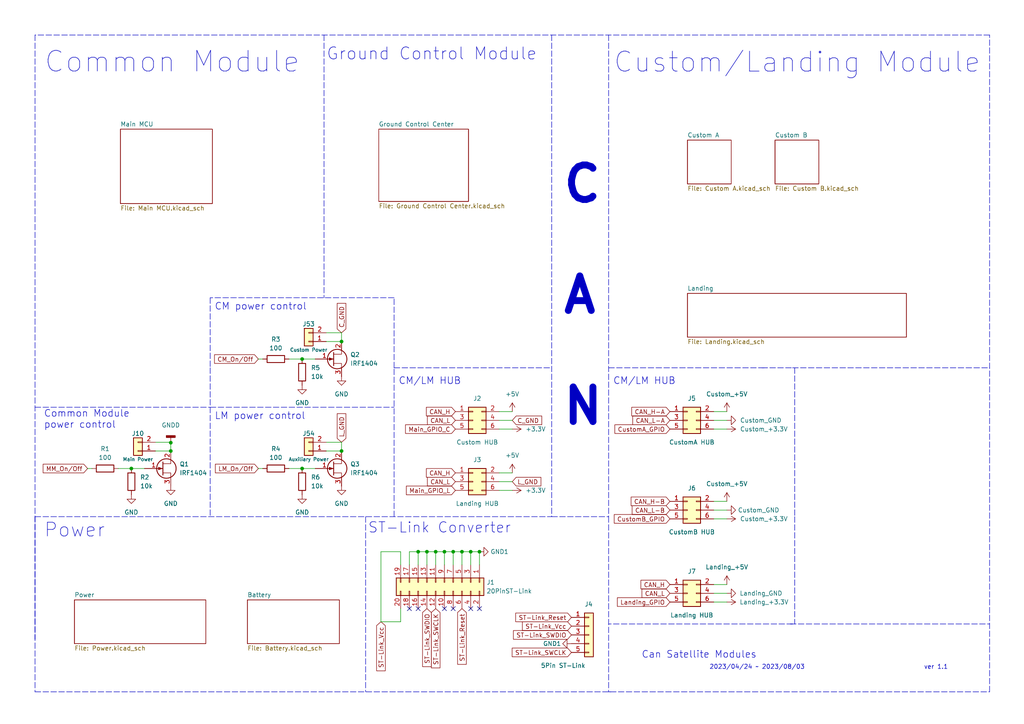
<source format=kicad_sch>
(kicad_sch (version 20250114) (generator "eeschema") (generator_version "9.0")
  (paper "A4")
  (lib_symbols
    (symbol "Connector_Generic:Conn_01x02" (pin_names (offset 1.016) (hide yes))
      (property "Reference" "J" (at 0 2.54 0))
      (property "Value" "Conn_01x02" (at 0 -5.08 0))
      (symbol "Conn_01x02_1_1"
        (rectangle (start -1.27 1.27) (end 1.27 -3.81) (stroke (width 0.254)) (fill (type background)))
        (rectangle (start -1.27 0.127) (end 0 -0.127) (stroke (width 0.1524)))
        (rectangle (start -1.27 -2.413) (end 0 -2.667) (stroke (width 0.1524)))
        (pin passive line (at -5.08 0 0) (length 3.81) (name "Pin_1") (number "1"))
        (pin passive line (at -5.08 -2.54 0) (length 3.81) (name "Pin_2") (number "2"))
      )
    )
    (symbol "Connector_Generic:Conn_01x05" (pin_names (offset 1.016) (hide yes))
      (property "Reference" "J" (at 0 7.62 0))
      (property "Value" "Conn_01x05" (at 0 -7.62 0))
      (symbol "Conn_01x05_1_1"
        (rectangle (start -1.27 6.35) (end 1.27 -6.35) (stroke (width 0.254)) (fill (type background)))
        (rectangle (start -1.27 5.207) (end 0 4.953) (stroke (width 0.1524)))
        (rectangle (start -1.27 2.667) (end 0 2.413) (stroke (width 0.1524)))
        (rectangle (start -1.27 0.127) (end 0 -0.127) (stroke (width 0.1524)))
        (rectangle (start -1.27 -2.413) (end 0 -2.667) (stroke (width 0.1524)))
        (rectangle (start -1.27 -4.953) (end 0 -5.207) (stroke (width 0.1524)))
        (pin passive line (at -5.08 5.08 0) (length 3.81) (name "Pin_1") (number "1"))
        (pin passive line (at -5.08 2.54 0) (length 3.81) (name "Pin_2") (number "2"))
        (pin passive line (at -5.08 0 0) (length 3.81) (name "Pin_3") (number "3"))
        (pin passive line (at -5.08 -2.54 0) (length 3.81) (name "Pin_4") (number "4"))
        (pin passive line (at -5.08 -5.08 0) (length 3.81) (name "Pin_5") (number "5"))
      )
    )
    (symbol "Connector_Generic:Conn_02x03_Odd_Even" (pin_names (offset 1.016) (hide yes))
      (property "Reference" "J" (at 1.27 5.08 0))
      (property "Value" "Conn_02x03_Odd_Even" (at 1.27 -5.08 0))
      (symbol "Conn_02x03_Odd_Even_1_1"
        (rectangle (start -1.27 3.81) (end 3.81 -3.81) (stroke (width 0.254)) (fill (type background)))
        (rectangle (start -1.27 2.667) (end 0 2.413) (stroke (width 0.1524)))
        (rectangle (start -1.27 0.127) (end 0 -0.127) (stroke (width 0.1524)))
        (rectangle (start -1.27 -2.413) (end 0 -2.667) (stroke (width 0.1524)))
        (rectangle (start 3.81 2.667) (end 2.54 2.413) (stroke (width 0.1524)))
        (rectangle (start 3.81 0.127) (end 2.54 -0.127) (stroke (width 0.1524)))
        (rectangle (start 3.81 -2.413) (end 2.54 -2.667) (stroke (width 0.1524)))
        (pin passive line (at -5.08 2.54 0) (length 3.81) (name "Pin_1") (number "1"))
        (pin passive line (at -5.08 0 0) (length 3.81) (name "Pin_3") (number "3"))
        (pin passive line (at -5.08 -2.54 0) (length 3.81) (name "Pin_5") (number "5"))
        (pin passive line (at 7.62 2.54 180) (length 3.81) (name "Pin_2") (number "2"))
        (pin passive line (at 7.62 0 180) (length 3.81) (name "Pin_4") (number "4"))
        (pin passive line (at 7.62 -2.54 180) (length 3.81) (name "Pin_6") (number "6"))
      )
    )
    (symbol "Connector_Generic:Conn_02x10_Odd_Even" (pin_names (offset 1.016) (hide yes))
      (property "Reference" "J" (at 1.27 12.7 0))
      (property "Value" "Conn_02x10_Odd_Even" (at 1.27 -15.24 0))
      (symbol "Conn_02x10_Odd_Even_1_1"
        (rectangle (start -1.27 11.43) (end 3.81 -13.97) (stroke (width 0.254)) (fill (type background)))
        (rectangle (start -1.27 10.287) (end 0 10.033) (stroke (width 0.1524)))
        (rectangle (start -1.27 7.747) (end 0 7.493) (stroke (width 0.1524)))
        (rectangle (start -1.27 5.207) (end 0 4.953) (stroke (width 0.1524)))
        (rectangle (start -1.27 2.667) (end 0 2.413) (stroke (width 0.1524)))
        (rectangle (start -1.27 0.127) (end 0 -0.127) (stroke (width 0.1524)))
        (rectangle (start -1.27 -2.413) (end 0 -2.667) (stroke (width 0.1524)))
        (rectangle (start -1.27 -4.953) (end 0 -5.207) (stroke (width 0.1524)))
        (rectangle (start -1.27 -7.493) (end 0 -7.747) (stroke (width 0.1524)))
        (rectangle (start -1.27 -10.033) (end 0 -10.287) (stroke (width 0.1524)))
        (rectangle (start -1.27 -12.573) (end 0 -12.827) (stroke (width 0.1524)))
        (rectangle (start 3.81 10.287) (end 2.54 10.033) (stroke (width 0.1524)))
        (rectangle (start 3.81 7.747) (end 2.54 7.493) (stroke (width 0.1524)))
        (rectangle (start 3.81 5.207) (end 2.54 4.953) (stroke (width 0.1524)))
        (rectangle (start 3.81 2.667) (end 2.54 2.413) (stroke (width 0.1524)))
        (rectangle (start 3.81 0.127) (end 2.54 -0.127) (stroke (width 0.1524)))
        (rectangle (start 3.81 -2.413) (end 2.54 -2.667) (stroke (width 0.1524)))
        (rectangle (start 3.81 -4.953) (end 2.54 -5.207) (stroke (width 0.1524)))
        (rectangle (start 3.81 -7.493) (end 2.54 -7.747) (stroke (width 0.1524)))
        (rectangle (start 3.81 -10.033) (end 2.54 -10.287) (stroke (width 0.1524)))
        (rectangle (start 3.81 -12.573) (end 2.54 -12.827) (stroke (width 0.1524)))
        (pin passive line (at -5.08 10.16 0) (length 3.81) (name "Pin_1") (number "1"))
        (pin passive line (at -5.08 7.62 0) (length 3.81) (name "Pin_3") (number "3"))
        (pin passive line (at -5.08 5.08 0) (length 3.81) (name "Pin_5") (number "5"))
        (pin passive line (at -5.08 2.54 0) (length 3.81) (name "Pin_7") (number "7"))
        (pin passive line (at -5.08 0 0) (length 3.81) (name "Pin_9") (number "9"))
        (pin passive line (at -5.08 -2.54 0) (length 3.81) (name "Pin_11") (number "11"))
        (pin passive line (at -5.08 -5.08 0) (length 3.81) (name "Pin_13") (number "13"))
        (pin passive line (at -5.08 -7.62 0) (length 3.81) (name "Pin_15") (number "15"))
        (pin passive line (at -5.08 -10.16 0) (length 3.81) (name "Pin_17") (number "17"))
        (pin passive line (at -5.08 -12.7 0) (length 3.81) (name "Pin_19") (number "19"))
        (pin passive line (at 7.62 10.16 180) (length 3.81) (name "Pin_2") (number "2"))
        (pin passive line (at 7.62 7.62 180) (length 3.81) (name "Pin_4") (number "4"))
        (pin passive line (at 7.62 5.08 180) (length 3.81) (name "Pin_6") (number "6"))
        (pin passive line (at 7.62 2.54 180) (length 3.81) (name "Pin_8") (number "8"))
        (pin passive line (at 7.62 0 180) (length 3.81) (name "Pin_10") (number "10"))
        (pin passive line (at 7.62 -2.54 180) (length 3.81) (name "Pin_12") (number "12"))
        (pin passive line (at 7.62 -5.08 180) (length 3.81) (name "Pin_14") (number "14"))
        (pin passive line (at 7.62 -7.62 180) (length 3.81) (name "Pin_16") (number "16"))
        (pin passive line (at 7.62 -10.16 180) (length 3.81) (name "Pin_18") (number "18"))
        (pin passive line (at 7.62 -12.7 180) (length 3.81) (name "Pin_20") (number "20"))
      )
    )
    (symbol "Device:Q_NJFET_GDS" (pin_names (offset 0) (hide yes))
      (property "Reference" "Q" (at 5.08 1.27 0))
      (property "Value" "Q_NJFET_GDS" (at 5.08 -1.27 0))
      (symbol "Q_NJFET_GDS_0_1"
        (polyline (pts (xy 0 0) (xy -1.016 0.381) (xy -1.016 -0.381) (xy 0 0)) (fill (type outline)))
        (polyline (pts (xy 0.254 1.905) (xy 0.254 -1.905) (xy 0.254 -1.905)) (stroke (width 0.254)))
        (circle (center 1.27 0) (radius 2.8194) (stroke (width 0.254)))
        (polyline (pts (xy 2.54 2.54) (xy 2.54 1.397) (xy 0.254 1.397)))
        (polyline (pts (xy 2.54 -2.54) (xy 2.54 -1.27) (xy 0.254 -1.27)))
      )
      (symbol "Q_NJFET_GDS_1_1"
        (pin input line (at -5.08 0 0) (length 5.334) (name "G") (number "1"))
        (pin passive line (at 2.54 5.08 270) (length 2.54) (name "D") (number "2"))
        (pin passive line (at 2.54 -5.08 90) (length 2.54) (name "S") (number "3"))
      )
    )
    (symbol "Device:R" (pin_numbers (hide yes)) (pin_names (offset 0))
      (property "Reference" "R" (at 2.032 0 90))
      (property "Value" "R" (at 0 0 90))
      (symbol "R_0_1"
        (rectangle (start -1.016 -2.54) (end 1.016 2.54) (stroke (width 0.254)))
      )
      (symbol "R_1_1"
        (pin passive line (at 0 3.81 270) (length 1.27) (name "~") (number "1"))
        (pin passive line (at 0 -3.81 90) (length 1.27) (name "~") (number "2"))
      )
    )
    (symbol "MY_Power:CustomB_+3.3V" (power) (in_bom no) (on_board no)
      (property "Value" "CustomB_+3.3V" (at 0 3.81 0))
      (symbol "CustomB_+3.3V_0_1"
        (polyline (pts (xy -0.762 1.27) (xy 0 2.54)))
        (polyline (pts (xy 0 2.54) (xy 0.762 1.27)))
        (polyline (pts (xy 0 0) (xy 0 2.54)))
      )
      (symbol "CustomB_+3.3V_1_1"
        (pin power_in line (at 0 0 0) (length 0) (hide yes) (name "Custom_+3.3V") (number "1"))
      )
    )
    (symbol "MY_Power:CustomB_+5V" (power) (in_bom no) (on_board no)
      (property "Value" "CustomB_+5V" (at 0 3.81 0))
      (symbol "CustomB_+5V_0_1"
        (polyline (pts (xy -0.762 1.27) (xy 0 2.54)))
        (polyline (pts (xy 0 2.54) (xy 0.762 1.27)))
        (polyline (pts (xy 0 0) (xy 0 2.54)))
      )
      (symbol "CustomB_+5V_1_1"
        (pin power_in line (at 0 0 0) (length 0) (hide yes) (name "Custom_+5V") (number "1"))
      )
    )
    (symbol "MY_Power:CustomB_GND" (power) (in_bom no) (on_board no)
      (property "Value" "CustomB_GND" (at 0 1.905 0))
      (symbol "CustomB_GND_0_1"
        (polyline (pts (xy 0 0) (xy 0 -1.27) (xy 1.27 -1.27) (xy 0 -2.54) (xy -1.27 -1.27) (xy 0 -1.27)))
      )
      (symbol "CustomB_GND_1_1"
        (pin power_in line (at 0 0 270) (length 0) (hide yes) (name "Custom_GND") (number "1"))
      )
    )
    (symbol "MY_Power:Custom_+3.3V" (power) (in_bom no) (on_board no)
      (property "Value" "Custom_+3.3V" (at 0 3.81 0))
      (symbol "Custom_+3.3V_0_1"
        (polyline (pts (xy -0.762 1.27) (xy 0 2.54)))
        (polyline (pts (xy 0 2.54) (xy 0.762 1.27)))
        (polyline (pts (xy 0 0) (xy 0 2.54)))
      )
      (symbol "Custom_+3.3V_1_1"
        (pin power_in line (at 0 0 0) (length 0) (hide yes) (name "Custom_+3.3V") (number "1"))
      )
    )
    (symbol "MY_Power:Custom_+5V" (power) (in_bom no) (on_board no)
      (property "Value" "Custom_+5V" (at 0 3.81 0))
      (symbol "Custom_+5V_0_1"
        (polyline (pts (xy -0.762 1.27) (xy 0 2.54)))
        (polyline (pts (xy 0 2.54) (xy 0.762 1.27)))
        (polyline (pts (xy 0 0) (xy 0 2.54)))
      )
      (symbol "Custom_+5V_1_1"
        (pin power_in line (at 0 0 0) (length 0) (hide yes) (name "Custom_+5V") (number "1"))
      )
    )
    (symbol "MY_Power:Custom_GND" (power) (in_bom no) (on_board no)
      (property "Value" "Custom_GND" (at 0 -3.81 0))
      (symbol "Custom_GND_0_1"
        (polyline (pts (xy 0 0) (xy 0 -1.27) (xy 1.27 -1.27) (xy 0 -2.54) (xy -1.27 -1.27) (xy 0 -1.27)))
      )
      (symbol "Custom_GND_1_1"
        (pin power_in line (at 0 0 270) (length 0) (hide yes) (name "Custom_GND") (number "1"))
      )
    )
    (symbol "MY_Power:Landing_+3.3V" (power) (in_bom no) (on_board no)
      (property "Value" "Landing_+3.3V" (at 0 3.81 0))
      (symbol "Landing_+3.3V_0_1"
        (polyline (pts (xy -0.762 1.27) (xy 0 2.54)))
        (polyline (pts (xy 0 2.54) (xy 0.762 1.27)))
        (polyline (pts (xy 0 0) (xy 0 2.54)))
      )
      (symbol "Landing_+3.3V_1_1"
        (pin power_in line (at 0 0 0) (length 0) (hide yes) (name "Landing_+3.3V") (number "1"))
      )
    )
    (symbol "MY_Power:Landing_+5V" (power) (in_bom no) (on_board no)
      (property "Value" "Landing_+5V" (at 0 3.81 0))
      (symbol "Landing_+5V_0_1"
        (polyline (pts (xy -0.762 1.27) (xy 0 2.54)))
        (polyline (pts (xy 0 2.54) (xy 0.762 1.27)))
        (polyline (pts (xy 0 0) (xy 0 2.54)))
      )
      (symbol "Landing_+5V_1_1"
        (pin power_in line (at 0 0 0) (length 0) (hide yes) (name "Landing_+5V") (number "1"))
      )
    )
    (symbol "MY_Power:Landing_GND" (power) (in_bom no) (on_board no)
      (property "Value" "Landing_GND" (at 0 -3.81 0))
      (symbol "Landing_GND_0_1"
        (polyline (pts (xy 0 0) (xy 0 -1.27) (xy 1.27 -1.27) (xy 0 -2.54) (xy -1.27 -1.27) (xy 0 -1.27)))
      )
      (symbol "Landing_GND_1_1"
        (pin power_in line (at 0 0 270) (length 0) (hide yes) (name "Landing_GND") (number "1"))
      )
    )
    (symbol "nixie-cache:+5V" (power) (pin_names (offset 0))
      (property "Value" "+5V" (at 0 3.556 0))
      (symbol "+5V_0_1"
        (polyline (pts (xy -0.762 1.27) (xy 0 2.54)))
        (polyline (pts (xy 0 2.54) (xy 0.762 1.27)))
        (polyline (pts (xy 0 0) (xy 0 2.54)))
      )
      (symbol "+5V_1_1"
        (pin power_in line (at 0 0 90) (length 0) (hide yes) (name "+5V") (number "1"))
      )
    )
    (symbol "nixie-cache:GND" (power) (pin_names (offset 0))
      (property "Value" "GND" (at 0 -3.81 0))
      (symbol "GND_0_1"
        (polyline (pts (xy 0 0) (xy 0 -1.27) (xy 1.27 -1.27) (xy 0 -2.54) (xy -1.27 -1.27) (xy 0 -1.27)))
      )
      (symbol "GND_1_1"
        (pin power_in line (at 0 0 270) (length 0) (hide yes) (name "GND") (number "1"))
      )
    )
    (symbol "power:+3.3V" (power) (pin_names (offset 0))
      (property "Value" "+3.3V" (at 0 3.556 0))
      (symbol "+3.3V_0_1"
        (polyline (pts (xy -0.762 1.27) (xy 0 2.54)))
        (polyline (pts (xy 0 2.54) (xy 0.762 1.27)))
        (polyline (pts (xy 0 0) (xy 0 2.54)))
      )
      (symbol "+3.3V_1_1"
        (pin power_in line (at 0 0 90) (length 0) (hide yes) (name "+3.3V") (number "1"))
      )
    )
    (symbol "power:GND1" (power) (pin_names (offset 0))
      (property "Value" "GND1" (at 0 -3.81 0))
      (symbol "GND1_0_1"
        (polyline (pts (xy 0 0) (xy 0 -1.27) (xy 1.27 -1.27) (xy 0 -2.54) (xy -1.27 -1.27) (xy 0 -1.27)))
      )
      (symbol "GND1_1_1"
        (pin power_in line (at 0 0 270) (length 0) (hide yes) (name "GND1") (number "1"))
      )
    )
    (symbol "power:GNDD" (power) (pin_names (offset 0))
      (property "Value" "GNDD" (at 0 -3.175 0))
      (symbol "GNDD_0_1"
        (rectangle (start -1.27 -1.524) (end 1.27 -2.032) (stroke (width 0.254)) (fill (type outline)))
        (polyline (pts (xy 0 0) (xy 0 -1.524)))
      )
      (symbol "GNDD_1_1"
        (pin power_in line (at 0 0 270) (length 0) (hide yes) (name "GNDD") (number "1"))
      )
    )
  )
  (text "CM power control" (at 62.23 90.17 0) (effects (font (size 2 2)) (justify left bottom)))
  (text "C\n\nA\n\nN" (at 162.56 123.825 0) (effects (font (size 10 10) (thickness 2) (bold yes)) (justify left bottom)))
  (text "CM/LM HUB" (at 177.8 111.76 0) (effects (font (size 2 2)) (justify left bottom)))
  (text "LM power control" (at 62.23 121.92 0) (effects (font (size 2 2)) (justify left bottom)))
  (text "Custom/Landing Module" (at 177.8 21.59 0) (effects (font (size 5.8 5.8)) (justify left bottom)))
  (text "CM/LM HUB" (at 115.57 111.76 0) (effects (font (size 2 2)) (justify left bottom)))
  (text "ST-Link Converter" (at 106.68 154.94 0) (effects (font (size 3 3)) (justify left bottom)))
  (text "Common Module" (at 12.7 21.59 0) (effects (font (size 6 6)) (justify left bottom)))
  (text "Can Satellite Modules" (at 186.055 191.135 0) (effects (font (size 2 2)) (justify left bottom)))
  (text "2023/04/24 ~ 2023/08/03" (at 205.74 194.31 0) (effects (font (size 1.27 1.27)) (justify left bottom)))
  (text "Common Module\npower control" (at 12.7 124.46 0) (effects (font (size 2 2)) (justify left bottom)))
  (text "Power" (at 12.7 156.21 0) (effects (font (size 4 4)) (justify left bottom)))
  (text "Ground Control Module" (at 94.615 17.78 0) (effects (font (size 3.5 3.5)) (justify left bottom)))
  (text "ver 1.1" (at 267.97 194.31 0) (effects (font (size 1.27 1.27)) (justify left bottom)))
  (junction (at 49.53 130.81))
  (junction (at 87.63 104.14))
  (junction (at 131.445 160.02))
  (junction (at 87.63 135.89))
  (junction (at 38.1 135.89))
  (junction (at 126.365 160.02))
  (junction (at 128.905 160.02))
  (junction (at 136.525 160.02))
  (junction (at 133.985 160.02))
  (junction (at 121.285 160.02))
  (junction (at 49.53 128.397))
  (junction (at 139.065 160.02))
  (junction (at 99.06 99.06))
  (junction (at 99.06 130.81))
  (junction (at 123.825 160.02))
  (no_connect (at 139.065 176.53))
  (no_connect (at 118.745 176.53))
  (no_connect (at 121.285 176.53))
  (no_connect (at 131.445 176.53))
  (no_connect (at 128.905 176.53))
  (no_connect (at 136.525 176.53))
  (wire (pts (xy 94.615 128.27) (xy 99.06 128.27)))
  (wire (pts (xy 74.93 135.89) (xy 76.2 135.89)))
  (polyline (pts (xy 10.16 200.66) (xy 287.02 200.66)) (stroke (width 0) (type dash)))
  (wire (pts (xy 148.59 124.46) (xy 144.78 124.46)))
  (wire (pts (xy 210.82 147.955) (xy 207.01 147.955)))
  (wire (pts (xy 148.59 121.92) (xy 144.78 121.92)))
  (polyline (pts (xy 114.3 106.68) (xy 114.3 86.36)) (stroke (width 0) (type dash)))
  (wire (pts (xy 49.53 128.27) (xy 49.53 128.397)))
  (polyline (pts (xy 176.53 149.86) (xy 176.53 200.66)) (stroke (width 0) (type dash)))
  (wire (pts (xy 87.63 104.14) (xy 91.44 104.14)))
  (wire (pts (xy 94.615 130.81) (xy 99.06 130.81)))
  (wire (pts (xy 126.365 160.02) (xy 126.365 163.83)))
  (polyline (pts (xy 114.3 149.86) (xy 114.3 106.68)) (stroke (width 0) (type dash)))
  (wire (pts (xy 110.49 180.34) (xy 110.49 160.02)))
  (polyline (pts (xy 230.505 149.86) (xy 230.505 180.975)) (stroke (width 0) (type dash)))
  (wire (pts (xy 128.905 160.02) (xy 131.445 160.02)))
  (wire (pts (xy 133.985 160.02) (xy 133.985 163.83)))
  (wire (pts (xy 25.4 135.89) (xy 26.67 135.89)))
  (wire (pts (xy 123.825 160.02) (xy 123.825 163.83)))
  (wire (pts (xy 210.82 174.625) (xy 207.01 174.625)))
  (wire (pts (xy 148.59 137.16) (xy 144.78 137.16)))
  (wire (pts (xy 116.205 160.02) (xy 116.205 163.83)))
  (wire (pts (xy 133.985 160.02) (xy 136.525 160.02)))
  (polyline (pts (xy 10.16 149.86) (xy 10.16 200.66)) (stroke (width 0) (type dash)))
  (wire (pts (xy 210.82 119.38) (xy 207.01 119.38)))
  (polyline (pts (xy 114.3 86.36) (xy 60.96 86.36)) (stroke (width 0) (type dash)))
  (wire (pts (xy 34.29 135.89) (xy 38.1 135.89)))
  (wire (pts (xy 118.745 163.83) (xy 118.745 160.02)))
  (wire (pts (xy 210.82 121.92) (xy 207.01 121.92)))
  (polyline (pts (xy 10.16 10.16) (xy 10.16 185.42)) (stroke (width 0) (type dash)))
  (polyline (pts (xy 106.045 149.86) (xy 106.045 200.66)) (stroke (width 0) (type dash)))
  (polyline (pts (xy 93.98 10.16) (xy 93.98 86.36)) (stroke (width 0) (type dash)))
  (wire (pts (xy 148.59 119.38) (xy 144.78 119.38)))
  (polyline (pts (xy 287.02 200.66) (xy 287.02 10.16)) (stroke (width 0) (type dash)))
  (wire (pts (xy 139.065 160.02) (xy 139.065 163.83)))
  (polyline (pts (xy 176.53 106.68) (xy 222.25 106.68)) (stroke (width 0) (type dash)))
  (wire (pts (xy 210.82 145.415) (xy 207.01 145.415)))
  (wire (pts (xy 116.205 176.53) (xy 116.205 180.34)))
  (wire (pts (xy 123.825 160.02) (xy 126.365 160.02)))
  (wire (pts (xy 45.085 128.27) (xy 49.53 128.27)))
  (wire (pts (xy 45.085 130.81) (xy 49.53 130.81)))
  (wire (pts (xy 210.82 150.495) (xy 207.01 150.495)))
  (wire (pts (xy 87.63 135.89) (xy 91.44 135.89)))
  (wire (pts (xy 126.365 160.02) (xy 128.905 160.02)))
  (polyline (pts (xy 287.02 10.16) (xy 10.16 10.16)) (stroke (width 0) (type dash)))
  (wire (pts (xy 210.82 172.085) (xy 207.01 172.085)))
  (polyline (pts (xy 229.87 180.975) (xy 176.53 180.975)) (stroke (width 0) (type dash)))
  (wire (pts (xy 148.59 142.24) (xy 144.78 142.24)))
  (wire (pts (xy 121.285 160.02) (xy 123.825 160.02)))
  (wire (pts (xy 131.445 160.02) (xy 131.445 163.83)))
  (wire (pts (xy 136.525 160.02) (xy 139.065 160.02)))
  (wire (pts (xy 116.205 180.34) (xy 110.49 180.34)))
  (wire (pts (xy 136.525 160.02) (xy 136.525 163.83)))
  (wire (pts (xy 110.49 160.02) (xy 116.205 160.02)))
  (polyline (pts (xy 176.53 200.66) (xy 177.165 200.66)) (stroke (width 0) (type dash)))
  (wire (pts (xy 148.59 139.7) (xy 144.78 139.7)))
  (wire (pts (xy 83.82 104.14) (xy 87.63 104.14)))
  (wire (pts (xy 118.745 160.02) (xy 121.285 160.02)))
  (wire (pts (xy 128.905 160.02) (xy 128.905 163.83)))
  (polyline (pts (xy 10.16 149.86) (xy 160.02 149.86)) (stroke (width 0) (type dash)))
  (wire (pts (xy 210.82 124.46) (xy 207.01 124.46)))
  (polyline (pts (xy 160.02 149.86) (xy 176.53 149.86)) (stroke (width 0) (type dash)))
  (wire (pts (xy 131.445 160.02) (xy 133.985 160.02)))
  (wire (pts (xy 83.82 135.89) (xy 87.63 135.89)))
  (wire (pts (xy 74.93 104.14) (xy 76.2 104.14)))
  (wire (pts (xy 38.1 135.89) (xy 41.91 135.89)))
  (polyline (pts (xy 60.96 86.36) (xy 60.96 106.68)) (stroke (width 0) (type dash)))
  (polyline (pts (xy 176.53 10.16) (xy 176.53 149.86)) (stroke (width 0) (type dash)))
  (polyline (pts (xy 220.98 106.68) (xy 229.87 106.68)) (stroke (width 0) (type dash)))
  (wire (pts (xy 94.615 96.52) (xy 99.06 96.52)))
  (polyline (pts (xy 229.235 180.975) (xy 287.02 180.975)) (stroke (width 0) (type dash)))
  (polyline (pts (xy 114.3 106.68) (xy 160.02 106.68)) (stroke (width 0) (type dash)))
  (wire (pts (xy 94.615 99.06) (xy 99.06 99.06)))
  (polyline (pts (xy 230.505 106.68) (xy 230.505 149.86)) (stroke (width 0) (type dash)))
  (wire (pts (xy 210.82 169.545) (xy 207.01 169.545)))
  (polyline (pts (xy 60.96 106.68) (xy 60.96 149.86)) (stroke (width 0) (type dash)))
  (wire (pts (xy 121.285 160.02) (xy 121.285 163.83)))
  (polyline (pts (xy 60.96 118.11) (xy 114.3 118.11)) (stroke (width 0) (type dash)))
  (polyline (pts (xy 160.02 10.16) (xy 160.02 149.86)) (stroke (width 0) (type dash)))
  (wire (pts (xy 99.06 128.27) (xy 99.06 130.81)))
  (wire (pts (xy 99.06 96.52) (xy 99.06 99.06)))
  (polyline (pts (xy 10.16 118.11) (xy 60.96 118.11)) (stroke (width 0) (type dash)))
  (wire (pts (xy 49.53 128.397) (xy 49.53 130.81)))
  (polyline (pts (xy 229.87 106.68) (xy 287.02 106.68)) (stroke (width 0) (type dash)))
  (global_label "C_GND" (shape input) (at 148.59 121.92 0) (property "Intersheetrefs" "${INTERSHEET_REFS}" (effects (hide yes))))
  (global_label "CAN_H" (shape input) (at 194.31 169.545 180) (property "Intersheetrefs" "${INTERSHEET_REFS}" (effects (hide yes))))
  (global_label "CAN_L" (shape input) (at 132.08 139.7 180) (property "Intersheetrefs" "${INTERSHEET_REFS}" (effects (hide yes))))
  (global_label "C_GND" (shape input) (at 99.06 96.52 90) (property "Intersheetrefs" "${INTERSHEET_REFS}" (effects (hide yes))))
  (global_label "L_GND" (shape input) (at 99.06 128.27 90) (property "Intersheetrefs" "${INTERSHEET_REFS}" (effects (hide yes))))
  (global_label "L_GND" (shape input) (at 148.59 139.7 0) (property "Intersheetrefs" "${INTERSHEET_REFS}" (effects (hide yes))))
  (global_label "CM_On{slash}Off" (shape input) (at 74.93 104.14 180) (property "Intersheetrefs" "${INTERSHEET_REFS}" (effects (hide yes))))
  (global_label "Main_GPIO_L" (shape input) (at 132.08 142.24 180) (property "Intersheetrefs" "${INTERSHEET_REFS}" (effects (hide yes))))
  (global_label "CAN_L-A" (shape input) (at 194.31 121.92 180) (property "Intersheetrefs" "${INTERSHEET_REFS}" (effects (hide yes))))
  (global_label "CAN_H" (shape input) (at 132.08 137.16 180) (property "Intersheetrefs" "${INTERSHEET_REFS}" (effects (hide yes))))
  (global_label "CAN_L" (shape input) (at 194.31 172.085 180) (property "Intersheetrefs" "${INTERSHEET_REFS}" (effects (hide yes))))
  (global_label "ST-Link_Vcc" (shape input) (at 110.49 180.34 270) (property "Intersheetrefs" "${INTERSHEET_REFS}" (effects (hide yes))))
  (global_label "CAN_L-B" (shape input) (at 194.31 147.955 180) (property "Intersheetrefs" "${INTERSHEET_REFS}" (effects (hide yes))))
  (global_label "Main_GPIO_C" (shape input) (at 132.08 124.46 180) (property "Intersheetrefs" "${INTERSHEET_REFS}" (effects (hide yes))))
  (global_label "ST-Link_Reset" (shape input) (at 165.735 179.07 180) (property "Intersheetrefs" "${INTERSHEET_REFS}" (effects (hide yes))))
  (global_label "CAN_H-B" (shape input) (at 194.31 145.415 180) (property "Intersheetrefs" "${INTERSHEET_REFS}" (effects (hide yes))))
  (global_label "MM_On{slash}Off" (shape input) (at 25.4 135.89 180) (property "Intersheetrefs" "${INTERSHEET_REFS}" (effects (hide yes))))
  (global_label "LM_On{slash}Off" (shape input) (at 74.93 135.89 180) (property "Intersheetrefs" "${INTERSHEET_REFS}" (effects (hide yes))))
  (global_label "Landing_GPIO" (shape input) (at 194.31 174.625 180) (property "Intersheetrefs" "${INTERSHEET_REFS}" (effects (hide yes))))
  (global_label "ST-Link_SWCLK" (shape input) (at 126.365 176.53 270) (property "Intersheetrefs" "${INTERSHEET_REFS}" (effects (hide yes))))
  (global_label "CAN_H-A" (shape input) (at 194.31 119.38 180) (property "Intersheetrefs" "${INTERSHEET_REFS}" (effects (hide yes))))
  (global_label "CAN_H" (shape input) (at 132.08 119.38 180) (property "Intersheetrefs" "${INTERSHEET_REFS}" (effects (hide yes))))
  (global_label "CustomA_GPIO" (shape input) (at 194.31 124.46 180) (property "Intersheetrefs" "${INTERSHEET_REFS}" (effects (hide yes))))
  (global_label "ST-Link_SWCLK" (shape input) (at 165.735 189.23 180) (property "Intersheetrefs" "${INTERSHEET_REFS}" (effects (hide yes))))
  (global_label "CustomB_GPIO" (shape input) (at 194.31 150.495 180) (property "Intersheetrefs" "${INTERSHEET_REFS}" (effects (hide yes))))
  (global_label "ST-Link_Reset" (shape input) (at 133.985 176.53 270) (property "Intersheetrefs" "${INTERSHEET_REFS}" (effects (hide yes))))
  (global_label "ST-Link_Vcc" (shape input) (at 165.735 181.61 180) (property "Intersheetrefs" "${INTERSHEET_REFS}" (effects (hide yes))))
  (global_label "ST-Link_SWDIO" (shape input) (at 165.735 184.15 180) (property "Intersheetrefs" "${INTERSHEET_REFS}" (effects (hide yes))))
  (global_label "CAN_L" (shape input) (at 132.08 121.92 180) (property "Intersheetrefs" "${INTERSHEET_REFS}" (effects (hide yes))))
  (global_label "ST-Link_SWDIO" (shape input) (at 123.825 176.53 270) (property "Intersheetrefs" "${INTERSHEET_REFS}" (effects (hide yes))))
  (symbol (lib_id "nixie-cache:GND") (at 87.63 143.51 0) (unit 1)
    (property "Reference" "#PWR0130" (effects (hide yes)))
    (property "Value" "GND" (at 87.63 148.59 0))
  )
  (symbol (lib_id "nixie-cache:GND") (at 99.06 109.22 0) (unit 1)
    (property "Reference" "#PWR0135" (effects (hide yes)))
    (property "Value" "GND" (at 99.06 114.3 0))
  )
  (symbol (lib_id "Device:R") (at 30.48 135.89 90) (unit 1)
    (property "Reference" "R1" (at 30.48 130.175 90))
    (property "Value" "100" (at 30.48 132.715 90))
    (property "Footprint" "Resistor_SMD:R_0805_2012Metric" (effects (hide yes)))
  )
  (symbol (lib_id "MY_Power:Landing_+5V") (at 210.82 169.545 0) (unit 1) (in_bom no) (on_board no)
    (property "Reference" "#PWR0101" (effects (hide yes)))
    (property "Value" "Landing_+5V" (at 210.82 164.465 0))
  )
  (symbol (lib_id "Device:Q_NJFET_GDS") (at 96.52 135.89 0) (unit 1)
    (property "Reference" "Q3" (at 101.6 134.6199 0) (effects (justify left)))
    (property "Value" "IRF1404" (at 101.6 137.1599 0) (effects (justify left)))
    (property "Footprint" "Package_TO_SOT_SMD:TO-263-2" (effects (hide yes)))
  )
  (symbol (lib_id "Connector_Generic:Conn_02x03_Odd_Even") (at 199.39 121.92 0) (unit 1)
    (property "Reference" "J5" (at 200.66 115.57 0))
    (property "Value" "CustomA HUB" (at 200.66 128.27 0))
    (property "Footprint" "Connector_PinHeader_2.54mm:PinHeader_2x03_P2.54mm_Vertical" (effects (hide yes)))
  )
  (symbol (lib_id "Connector_Generic:Conn_02x03_Odd_Even") (at 137.16 139.7 0) (unit 1)
    (property "Reference" "J3" (at 138.43 133.35 0))
    (property "Value" "Landing HUB" (at 138.43 146.05 0))
    (property "Footprint" "Connector_PinHeader_2.54mm:PinHeader_2x03_P2.54mm_Vertical" (effects (hide yes)))
  )
  (symbol (lib_id "Connector_Generic:Conn_02x03_Odd_Even") (at 199.39 172.085 0) (unit 1)
    (property "Reference" "J7" (at 200.66 165.735 0))
    (property "Value" "Landing HUB" (at 200.66 178.435 0))
    (property "Footprint" "Connector_PinHeader_2.54mm:PinHeader_2x03_P2.54mm_Vertical" (effects (hide yes)))
  )
  (symbol (lib_id "nixie-cache:+5V") (at 148.59 137.16 0) (unit 1)
    (property "Reference" "#PWR0127" (effects (hide yes)))
    (property "Value" "+5V" (at 148.59 132.08 0))
  )
  (symbol (lib_id "MY_Power:CustomB_GND") (at 210.82 147.955 90) (unit 1)
    (property "Reference" "#PWR0112" (effects (hide yes)))
    (property "Value" "Custom_GND" (at 213.995 147.9549 90) (effects (justify right)))
  )
  (symbol (lib_id "Connector_Generic:Conn_02x03_Odd_Even") (at 199.39 147.955 0) (unit 1)
    (property "Reference" "J6" (at 200.66 141.605 0))
    (property "Value" "CustomB HUB" (at 200.66 154.305 0))
    (property "Footprint" "Connector_PinHeader_2.54mm:PinHeader_2x03_P2.54mm_Vertical" (effects (hide yes)))
  )
  (symbol (lib_id "Device:Q_NJFET_GDS") (at 96.52 104.14 0) (unit 1)
    (property "Reference" "Q2" (at 101.6 102.8699 0) (effects (justify left)))
    (property "Value" "IRF1404" (at 101.6 105.4099 0) (effects (justify left)))
    (property "Footprint" "Package_TO_SOT_SMD:TO-263-2" (effects (hide yes)))
  )
  (symbol (lib_id "nixie-cache:GND") (at 87.63 111.76 0) (unit 1)
    (property "Reference" "#PWR0136" (effects (hide yes)))
    (property "Value" "GND" (at 87.63 116.84 0))
  )
  (symbol (lib_id "power:+3.3V") (at 148.59 142.24 270) (unit 1)
    (property "Reference" "#PWR0126" (effects (hide yes)))
    (property "Value" "+3.3V" (at 152.4 142.2399 90) (effects (justify left)))
  )
  (symbol (lib_id "nixie-cache:+5V") (at 148.59 119.38 0) (unit 1)
    (property "Reference" "#PWR0128" (effects (hide yes)))
    (property "Value" "+5V" (at 148.59 114.3 0))
  )
  (symbol (lib_id "MY_Power:Landing_+3.3V") (at 210.82 174.625 270) (unit 1) (in_bom no) (on_board no)
    (property "Reference" "#PWR0104" (effects (hide yes)))
    (property "Value" "Landing_+3.3V" (at 221.615 174.625 90))
  )
  (symbol (lib_id "Device:Q_NJFET_GDS") (at 46.99 135.89 0) (unit 1)
    (property "Reference" "Q1" (at 52.07 134.6199 0) (effects (justify left)))
    (property "Value" "IRF1404" (at 52.07 137.1599 0) (effects (justify left)))
    (property "Footprint" "Package_TO_SOT_SMD:TO-263-2" (effects (hide yes)))
  )
  (symbol (lib_id "MY_Power:CustomB_+3.3V") (at 210.82 150.495 270) (unit 1)
    (property "Reference" "#PWR0103" (effects (hide yes)))
    (property "Value" "Custom_+3.3V" (at 214.63 150.4949 90) (effects (justify left)))
  )
  (symbol (lib_id "power:GNDD") (at 49.53 128.397 180) (unit 1)
    (property "Reference" "#PWR0134" (effects (hide yes)))
    (property "Value" "GNDD" (at 49.53 123.317 0))
  )
  (symbol (lib_id "Connector_Generic:Conn_01x02") (at 89.535 130.81 180) (unit 1)
    (property "Reference" "J54" (at 89.535 125.73 0))
    (property "Value" "Auxiliary Power" (at 89.535 133.223 0) (effects (font (size 1 1))))
    (property "Footprint" "Connector_PinHeader_2.54mm:PinHeader_1x02_P2.54mm_Vertical" (effects (hide yes)))
  )
  (symbol (lib_id "Device:R") (at 80.01 104.14 90) (unit 1)
    (property "Reference" "R3" (at 80.01 98.425 90))
    (property "Value" "100" (at 80.01 100.965 90))
    (property "Footprint" "Resistor_SMD:R_0805_2012Metric" (effects (hide yes)))
  )
  (symbol (lib_id "power:GND1") (at 165.735 186.69 270) (unit 1)
    (property "Reference" "#PWR0107" (effects (hide yes)))
    (property "Value" "GND1" (at 157.48 186.69 90) (effects (justify left)))
  )
  (symbol (lib_id "nixie-cache:GND") (at 49.53 140.97 0) (unit 1)
    (property "Reference" "#PWR0133" (effects (hide yes)))
    (property "Value" "GND" (at 49.53 146.05 0))
  )
  (symbol (lib_id "Connector_Generic:Conn_01x02") (at 89.535 99.06 180) (unit 1)
    (property "Reference" "J53" (at 89.535 93.98 0))
    (property "Value" "Custom Power" (at 89.535 101.473 0) (effects (font (size 1 1))))
    (property "Footprint" "Connector_PinHeader_2.54mm:PinHeader_1x02_P2.54mm_Vertical" (effects (hide yes)))
  )
  (symbol (lib_id "Connector_Generic:Conn_01x02") (at 40.005 130.81 180) (unit 1)
    (property "Reference" "J10" (at 40.005 125.73 0))
    (property "Value" "Main Power" (at 40.005 133.223 0) (effects (font (size 1 1))))
    (property "Footprint" "Connector_PinHeader_2.54mm:PinHeader_1x02_P2.54mm_Vertical" (effects (hide yes)))
  )
  (symbol (lib_id "Connector_Generic:Conn_01x05") (at 170.815 184.15 0) (unit 1)
    (property "Reference" "J4" (at 169.545 175.26 0) (effects (justify left)))
    (property "Value" "5Pin ST-Link" (at 156.845 193.04 0) (effects (justify left)))
    (property "Footprint" "Connector_PinHeader_2.54mm:PinHeader_1x05_P2.54mm_Vertical" (effects (hide yes)))
  )
  (symbol (lib_id "MY_Power:Custom_+3.3V") (at 210.82 124.46 270) (unit 1) (in_bom no) (on_board no)
    (property "Reference" "#PWR0115" (effects (hide yes)))
    (property "Value" "Custom_+3.3V" (at 214.63 124.4599 90) (effects (justify left)))
  )
  (symbol (lib_id "nixie-cache:GND") (at 38.1 143.51 0) (unit 1)
    (property "Reference" "#PWR0132" (effects (hide yes)))
    (property "Value" "GND" (at 38.1 148.59 0))
  )
  (symbol (lib_id "Device:R") (at 80.01 135.89 90) (unit 1)
    (property "Reference" "R4" (at 80.01 130.175 90))
    (property "Value" "100" (at 80.01 132.715 90))
    (property "Footprint" "Resistor_SMD:R_0805_2012Metric" (effects (hide yes)))
  )
  (symbol (lib_id "MY_Power:Landing_GND") (at 210.82 172.085 90) (unit 1) (in_bom no) (on_board no)
    (property "Reference" "#PWR0105" (effects (hide yes)))
    (property "Value" "Landing_GND" (at 220.726 172.085 90))
  )
  (symbol (lib_id "MY_Power:Custom_GND") (at 210.82 121.92 90) (unit 1) (in_bom no) (on_board no)
    (property "Reference" "#PWR0116" (effects (hide yes)))
    (property "Value" "Custom_GND" (at 214.63 121.9199 90) (effects (justify right)))
  )
  (symbol (lib_id "Connector_Generic:Conn_02x03_Odd_Even") (at 137.16 121.92 0) (unit 1)
    (property "Reference" "J2" (at 138.43 115.57 0))
    (property "Value" "Custom HUB" (at 138.43 128.27 0))
    (property "Footprint" "Connector_PinHeader_2.54mm:PinHeader_2x03_P2.54mm_Vertical" (effects (hide yes)))
  )
  (symbol (lib_id "Connector_Generic:Conn_02x10_Odd_Even") (at 128.905 168.91 270) (unit 1)
    (property "Reference" "J1" (at 143.51 168.91 90) (effects (justify right)))
    (property "Value" "20PinST-Link" (at 154.305 171.45 90) (effects (justify right)))
    (property "Footprint" "Connector_PinHeader_2.54mm:PinHeader_2x10_P2.54mm_Vertical" (effects (hide yes)))
  )
  (symbol (lib_id "power:+3.3V") (at 148.59 124.46 270) (unit 1)
    (property "Reference" "#PWR0129" (effects (hide yes)))
    (property "Value" "+3.3V" (at 152.4 124.4599 90) (effects (justify left)))
  )
  (symbol (lib_id "MY_Power:CustomB_+5V") (at 210.82 145.415 0) (unit 1)
    (property "Reference" "#PWR0111" (effects (hide yes)))
    (property "Value" "Custom_+5V" (at 210.82 140.335 0))
  )
  (symbol (lib_id "power:GND1") (at 139.065 160.02 90) (unit 1)
    (property "Reference" "#PWR0108" (effects (hide yes)))
    (property "Value" "GND1" (at 142.24 160.0199 90) (effects (justify right)))
  )
  (symbol (lib_id "Device:R") (at 38.1 139.7 0) (unit 1)
    (property "Reference" "R2" (at 40.64 138.4299 0) (effects (justify left)))
    (property "Value" "10k" (at 40.64 140.9699 0) (effects (justify left)))
    (property "Footprint" "Resistor_SMD:R_0805_2012Metric" (effects (hide yes)))
  )
  (symbol (lib_id "MY_Power:Custom_+5V") (at 210.82 119.38 0) (unit 1) (in_bom no) (on_board no)
    (property "Reference" "#PWR0118" (effects (hide yes)))
    (property "Value" "Custom_+5V" (at 210.82 114.3 0))
  )
  (symbol (lib_id "Device:R") (at 87.63 107.95 0) (unit 1)
    (property "Reference" "R5" (at 90.17 106.6799 0) (effects (justify left)))
    (property "Value" "10k" (at 90.17 109.2199 0) (effects (justify left)))
    (property "Footprint" "Resistor_SMD:R_0805_2012Metric" (effects (hide yes)))
  )
  (symbol (lib_id "Device:R") (at 87.63 139.7 0) (unit 1)
    (property "Reference" "R6" (at 90.17 138.4299 0) (effects (justify left)))
    (property "Value" "10k" (at 90.17 140.9699 0) (effects (justify left)))
    (property "Footprint" "Resistor_SMD:R_0805_2012Metric" (effects (hide yes)))
  )
  (symbol (lib_id "nixie-cache:GND") (at 99.06 140.97 0) (unit 1)
    (property "Reference" "#PWR0131" (effects (hide yes)))
    (property "Value" "GND" (at 99.06 146.05 0))
  )
  (sheet (at 199.39 85.09) (size 63.5 12.7) (stroke (width 0.1524))
    (property "Sheetname" "Landing" (at 199.39 84.3784 0) (effects (justify left bottom)))
    (property "Sheetfile" "Landing.kicad_sch" (at 199.39 98.3746 0) (effects (justify left top)))
  )
  (sheet (at 71.755 173.99) (size 26.67 12.7) (stroke (width 0.1524))
    (property "Sheetname" "Battery" (at 71.755 173.2784 0) (effects (justify left bottom)))
    (property "Sheetfile" "Battery.kicad_sch" (at 71.755 187.2746 0) (effects (justify left top)))
  )
  (sheet (at 109.855 37.465) (size 26.035 20.955) (stroke (width 0.1524))
    (property "Sheetname" "Ground Control Center" (at 109.855 36.7534 0) (effects (justify left bottom)))
    (property "Sheetfile" "Ground Control Center.kicad_sch" (at 109.855 59.0046 0) (effects (justify left top)))
  )
  (sheet (at 34.925 37.465) (size 26.67 21.59) (stroke (width 0.1524))
    (property "Sheetname" "Main MCU" (at 34.925 36.7534 0) (effects (justify left bottom)))
    (property "Sheetfile" "Main MCU.kicad_sch" (at 34.925 59.6396 0) (effects (justify left top)))
  )
  (sheet (at 224.79 40.64) (size 12.7 12.7) (stroke (width 0.1524))
    (property "Sheetname" "Custom B" (at 224.79 39.9284 0) (effects (justify left bottom)))
    (property "Sheetfile" "Custom B.kicad_sch" (at 224.79 53.9246 0) (effects (justify left top)))
  )
  (sheet (at 21.59 173.99) (size 38.1 12.7) (stroke (width 0.1524))
    (property "Sheetname" "Power" (at 21.59 173.2784 0) (effects (justify left bottom)))
    (property "Sheetfile" "Power.kicad_sch" (at 21.59 187.2746 0) (effects (justify left top)))
  )
  (sheet (at 199.39 40.64) (size 12.7 12.7) (stroke (width 0.1524))
    (property "Sheetname" "Custom A" (at 199.39 39.9284 0) (effects (justify left bottom)))
    (property "Sheetfile" "Custom A.kicad_sch" (at 199.39 53.9246 0) (effects (justify left top)))
  )
)
</source>
